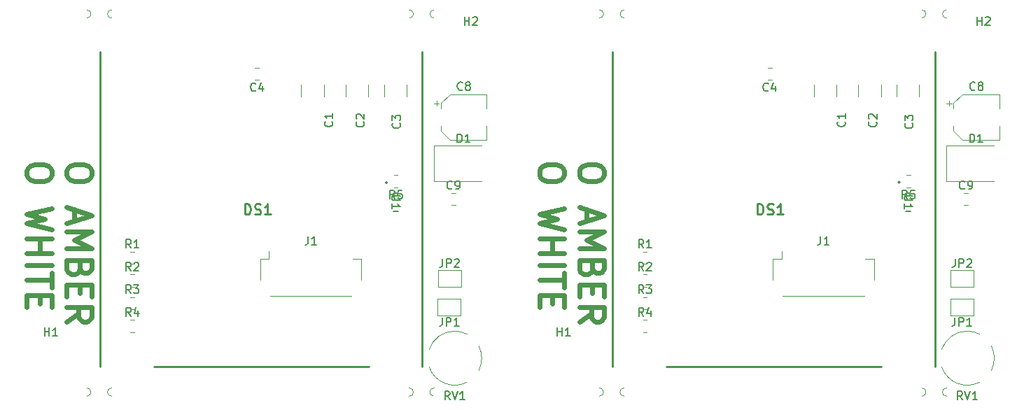
<source format=gto>
G04 #@! TF.GenerationSoftware,KiCad,Pcbnew,7.0.10*
G04 #@! TF.CreationDate,2024-01-03T22:04:12+01:00*
G04 #@! TF.ProjectId,dogs102,646f6773-3130-4322-9e6b-696361645f70,rev?*
G04 #@! TF.SameCoordinates,Original*
G04 #@! TF.FileFunction,Legend,Top*
G04 #@! TF.FilePolarity,Positive*
%FSLAX46Y46*%
G04 Gerber Fmt 4.6, Leading zero omitted, Abs format (unit mm)*
G04 Created by KiCad (PCBNEW 7.0.10) date 2024-01-03 22:04:12*
%MOMM*%
%LPD*%
G01*
G04 APERTURE LIST*
%ADD10C,0.600000*%
%ADD11C,0.150000*%
%ADD12C,0.254000*%
%ADD13C,0.120000*%
%ADD14C,0.100000*%
%ADD15C,0.152400*%
G04 APERTURE END LIST*
D10*
X188588342Y-100680450D02*
X188588342Y-101251878D01*
X188588342Y-101251878D02*
X188445485Y-101537593D01*
X188445485Y-101537593D02*
X188159771Y-101823307D01*
X188159771Y-101823307D02*
X187588342Y-101966164D01*
X187588342Y-101966164D02*
X186588342Y-101966164D01*
X186588342Y-101966164D02*
X186016914Y-101823307D01*
X186016914Y-101823307D02*
X185731200Y-101537593D01*
X185731200Y-101537593D02*
X185588342Y-101251878D01*
X185588342Y-101251878D02*
X185588342Y-100680450D01*
X185588342Y-100680450D02*
X185731200Y-100394736D01*
X185731200Y-100394736D02*
X186016914Y-100109021D01*
X186016914Y-100109021D02*
X186588342Y-99966164D01*
X186588342Y-99966164D02*
X187588342Y-99966164D01*
X187588342Y-99966164D02*
X188159771Y-100109021D01*
X188159771Y-100109021D02*
X188445485Y-100394736D01*
X188445485Y-100394736D02*
X188588342Y-100680450D01*
X186445485Y-105394735D02*
X186445485Y-106823307D01*
X185588342Y-105109021D02*
X188588342Y-106109021D01*
X188588342Y-106109021D02*
X185588342Y-107109021D01*
X185588342Y-108109021D02*
X188588342Y-108109021D01*
X188588342Y-108109021D02*
X186445485Y-109109021D01*
X186445485Y-109109021D02*
X188588342Y-110109021D01*
X188588342Y-110109021D02*
X185588342Y-110109021D01*
X187159771Y-112537592D02*
X187016914Y-112966164D01*
X187016914Y-112966164D02*
X186874057Y-113109021D01*
X186874057Y-113109021D02*
X186588342Y-113251878D01*
X186588342Y-113251878D02*
X186159771Y-113251878D01*
X186159771Y-113251878D02*
X185874057Y-113109021D01*
X185874057Y-113109021D02*
X185731200Y-112966164D01*
X185731200Y-112966164D02*
X185588342Y-112680449D01*
X185588342Y-112680449D02*
X185588342Y-111537592D01*
X185588342Y-111537592D02*
X188588342Y-111537592D01*
X188588342Y-111537592D02*
X188588342Y-112537592D01*
X188588342Y-112537592D02*
X188445485Y-112823307D01*
X188445485Y-112823307D02*
X188302628Y-112966164D01*
X188302628Y-112966164D02*
X188016914Y-113109021D01*
X188016914Y-113109021D02*
X187731200Y-113109021D01*
X187731200Y-113109021D02*
X187445485Y-112966164D01*
X187445485Y-112966164D02*
X187302628Y-112823307D01*
X187302628Y-112823307D02*
X187159771Y-112537592D01*
X187159771Y-112537592D02*
X187159771Y-111537592D01*
X187159771Y-114537592D02*
X187159771Y-115537592D01*
X185588342Y-115966164D02*
X185588342Y-114537592D01*
X185588342Y-114537592D02*
X188588342Y-114537592D01*
X188588342Y-114537592D02*
X188588342Y-115966164D01*
X185588342Y-118966164D02*
X187016914Y-117966164D01*
X185588342Y-117251878D02*
X188588342Y-117251878D01*
X188588342Y-117251878D02*
X188588342Y-118394735D01*
X188588342Y-118394735D02*
X188445485Y-118680450D01*
X188445485Y-118680450D02*
X188302628Y-118823307D01*
X188302628Y-118823307D02*
X188016914Y-118966164D01*
X188016914Y-118966164D02*
X187588342Y-118966164D01*
X187588342Y-118966164D02*
X187302628Y-118823307D01*
X187302628Y-118823307D02*
X187159771Y-118680450D01*
X187159771Y-118680450D02*
X187016914Y-118394735D01*
X187016914Y-118394735D02*
X187016914Y-117251878D01*
X183758342Y-100680450D02*
X183758342Y-101251878D01*
X183758342Y-101251878D02*
X183615485Y-101537593D01*
X183615485Y-101537593D02*
X183329771Y-101823307D01*
X183329771Y-101823307D02*
X182758342Y-101966164D01*
X182758342Y-101966164D02*
X181758342Y-101966164D01*
X181758342Y-101966164D02*
X181186914Y-101823307D01*
X181186914Y-101823307D02*
X180901200Y-101537593D01*
X180901200Y-101537593D02*
X180758342Y-101251878D01*
X180758342Y-101251878D02*
X180758342Y-100680450D01*
X180758342Y-100680450D02*
X180901200Y-100394736D01*
X180901200Y-100394736D02*
X181186914Y-100109021D01*
X181186914Y-100109021D02*
X181758342Y-99966164D01*
X181758342Y-99966164D02*
X182758342Y-99966164D01*
X182758342Y-99966164D02*
X183329771Y-100109021D01*
X183329771Y-100109021D02*
X183615485Y-100394736D01*
X183615485Y-100394736D02*
X183758342Y-100680450D01*
X183758342Y-105251878D02*
X180758342Y-105966164D01*
X180758342Y-105966164D02*
X182901200Y-106537592D01*
X182901200Y-106537592D02*
X180758342Y-107109021D01*
X180758342Y-107109021D02*
X183758342Y-107823307D01*
X180758342Y-108966163D02*
X183758342Y-108966163D01*
X182329771Y-108966163D02*
X182329771Y-110680449D01*
X180758342Y-110680449D02*
X183758342Y-110680449D01*
X180758342Y-112109020D02*
X183758342Y-112109020D01*
X183758342Y-113109020D02*
X183758342Y-114823306D01*
X180758342Y-113966163D02*
X183758342Y-113966163D01*
X182329771Y-115823305D02*
X182329771Y-116823305D01*
X180758342Y-117251877D02*
X180758342Y-115823305D01*
X180758342Y-115823305D02*
X183758342Y-115823305D01*
X183758342Y-115823305D02*
X183758342Y-117251877D01*
X126588342Y-100680450D02*
X126588342Y-101251878D01*
X126588342Y-101251878D02*
X126445485Y-101537593D01*
X126445485Y-101537593D02*
X126159771Y-101823307D01*
X126159771Y-101823307D02*
X125588342Y-101966164D01*
X125588342Y-101966164D02*
X124588342Y-101966164D01*
X124588342Y-101966164D02*
X124016914Y-101823307D01*
X124016914Y-101823307D02*
X123731200Y-101537593D01*
X123731200Y-101537593D02*
X123588342Y-101251878D01*
X123588342Y-101251878D02*
X123588342Y-100680450D01*
X123588342Y-100680450D02*
X123731200Y-100394736D01*
X123731200Y-100394736D02*
X124016914Y-100109021D01*
X124016914Y-100109021D02*
X124588342Y-99966164D01*
X124588342Y-99966164D02*
X125588342Y-99966164D01*
X125588342Y-99966164D02*
X126159771Y-100109021D01*
X126159771Y-100109021D02*
X126445485Y-100394736D01*
X126445485Y-100394736D02*
X126588342Y-100680450D01*
X124445485Y-105394735D02*
X124445485Y-106823307D01*
X123588342Y-105109021D02*
X126588342Y-106109021D01*
X126588342Y-106109021D02*
X123588342Y-107109021D01*
X123588342Y-108109021D02*
X126588342Y-108109021D01*
X126588342Y-108109021D02*
X124445485Y-109109021D01*
X124445485Y-109109021D02*
X126588342Y-110109021D01*
X126588342Y-110109021D02*
X123588342Y-110109021D01*
X125159771Y-112537592D02*
X125016914Y-112966164D01*
X125016914Y-112966164D02*
X124874057Y-113109021D01*
X124874057Y-113109021D02*
X124588342Y-113251878D01*
X124588342Y-113251878D02*
X124159771Y-113251878D01*
X124159771Y-113251878D02*
X123874057Y-113109021D01*
X123874057Y-113109021D02*
X123731200Y-112966164D01*
X123731200Y-112966164D02*
X123588342Y-112680449D01*
X123588342Y-112680449D02*
X123588342Y-111537592D01*
X123588342Y-111537592D02*
X126588342Y-111537592D01*
X126588342Y-111537592D02*
X126588342Y-112537592D01*
X126588342Y-112537592D02*
X126445485Y-112823307D01*
X126445485Y-112823307D02*
X126302628Y-112966164D01*
X126302628Y-112966164D02*
X126016914Y-113109021D01*
X126016914Y-113109021D02*
X125731200Y-113109021D01*
X125731200Y-113109021D02*
X125445485Y-112966164D01*
X125445485Y-112966164D02*
X125302628Y-112823307D01*
X125302628Y-112823307D02*
X125159771Y-112537592D01*
X125159771Y-112537592D02*
X125159771Y-111537592D01*
X125159771Y-114537592D02*
X125159771Y-115537592D01*
X123588342Y-115966164D02*
X123588342Y-114537592D01*
X123588342Y-114537592D02*
X126588342Y-114537592D01*
X126588342Y-114537592D02*
X126588342Y-115966164D01*
X123588342Y-118966164D02*
X125016914Y-117966164D01*
X123588342Y-117251878D02*
X126588342Y-117251878D01*
X126588342Y-117251878D02*
X126588342Y-118394735D01*
X126588342Y-118394735D02*
X126445485Y-118680450D01*
X126445485Y-118680450D02*
X126302628Y-118823307D01*
X126302628Y-118823307D02*
X126016914Y-118966164D01*
X126016914Y-118966164D02*
X125588342Y-118966164D01*
X125588342Y-118966164D02*
X125302628Y-118823307D01*
X125302628Y-118823307D02*
X125159771Y-118680450D01*
X125159771Y-118680450D02*
X125016914Y-118394735D01*
X125016914Y-118394735D02*
X125016914Y-117251878D01*
X121758342Y-100680450D02*
X121758342Y-101251878D01*
X121758342Y-101251878D02*
X121615485Y-101537593D01*
X121615485Y-101537593D02*
X121329771Y-101823307D01*
X121329771Y-101823307D02*
X120758342Y-101966164D01*
X120758342Y-101966164D02*
X119758342Y-101966164D01*
X119758342Y-101966164D02*
X119186914Y-101823307D01*
X119186914Y-101823307D02*
X118901200Y-101537593D01*
X118901200Y-101537593D02*
X118758342Y-101251878D01*
X118758342Y-101251878D02*
X118758342Y-100680450D01*
X118758342Y-100680450D02*
X118901200Y-100394736D01*
X118901200Y-100394736D02*
X119186914Y-100109021D01*
X119186914Y-100109021D02*
X119758342Y-99966164D01*
X119758342Y-99966164D02*
X120758342Y-99966164D01*
X120758342Y-99966164D02*
X121329771Y-100109021D01*
X121329771Y-100109021D02*
X121615485Y-100394736D01*
X121615485Y-100394736D02*
X121758342Y-100680450D01*
X121758342Y-105251878D02*
X118758342Y-105966164D01*
X118758342Y-105966164D02*
X120901200Y-106537592D01*
X120901200Y-106537592D02*
X118758342Y-107109021D01*
X118758342Y-107109021D02*
X121758342Y-107823307D01*
X118758342Y-108966163D02*
X121758342Y-108966163D01*
X120329771Y-108966163D02*
X120329771Y-110680449D01*
X118758342Y-110680449D02*
X121758342Y-110680449D01*
X118758342Y-112109020D02*
X121758342Y-112109020D01*
X121758342Y-113109020D02*
X121758342Y-114823306D01*
X118758342Y-113966163D02*
X121758342Y-113966163D01*
X120329771Y-115823305D02*
X120329771Y-116823305D01*
X118758342Y-117251877D02*
X118758342Y-115823305D01*
X118758342Y-115823305D02*
X121758342Y-115823305D01*
X121758342Y-115823305D02*
X121758342Y-117251877D01*
D11*
X159469580Y-94796166D02*
X159517200Y-94843785D01*
X159517200Y-94843785D02*
X159564819Y-94986642D01*
X159564819Y-94986642D02*
X159564819Y-95081880D01*
X159564819Y-95081880D02*
X159517200Y-95224737D01*
X159517200Y-95224737D02*
X159421961Y-95319975D01*
X159421961Y-95319975D02*
X159326723Y-95367594D01*
X159326723Y-95367594D02*
X159136247Y-95415213D01*
X159136247Y-95415213D02*
X158993390Y-95415213D01*
X158993390Y-95415213D02*
X158802914Y-95367594D01*
X158802914Y-95367594D02*
X158707676Y-95319975D01*
X158707676Y-95319975D02*
X158612438Y-95224737D01*
X158612438Y-95224737D02*
X158564819Y-95081880D01*
X158564819Y-95081880D02*
X158564819Y-94986642D01*
X158564819Y-94986642D02*
X158612438Y-94843785D01*
X158612438Y-94843785D02*
X158660057Y-94796166D01*
X158660057Y-94415213D02*
X158612438Y-94367594D01*
X158612438Y-94367594D02*
X158564819Y-94272356D01*
X158564819Y-94272356D02*
X158564819Y-94034261D01*
X158564819Y-94034261D02*
X158612438Y-93939023D01*
X158612438Y-93939023D02*
X158660057Y-93891404D01*
X158660057Y-93891404D02*
X158755295Y-93843785D01*
X158755295Y-93843785D02*
X158850533Y-93843785D01*
X158850533Y-93843785D02*
X158993390Y-93891404D01*
X158993390Y-93891404D02*
X159564819Y-94462832D01*
X159564819Y-94462832D02*
X159564819Y-93843785D01*
X163857580Y-94958666D02*
X163905200Y-95006285D01*
X163905200Y-95006285D02*
X163952819Y-95149142D01*
X163952819Y-95149142D02*
X163952819Y-95244380D01*
X163952819Y-95244380D02*
X163905200Y-95387237D01*
X163905200Y-95387237D02*
X163809961Y-95482475D01*
X163809961Y-95482475D02*
X163714723Y-95530094D01*
X163714723Y-95530094D02*
X163524247Y-95577713D01*
X163524247Y-95577713D02*
X163381390Y-95577713D01*
X163381390Y-95577713D02*
X163190914Y-95530094D01*
X163190914Y-95530094D02*
X163095676Y-95482475D01*
X163095676Y-95482475D02*
X163000438Y-95387237D01*
X163000438Y-95387237D02*
X162952819Y-95244380D01*
X162952819Y-95244380D02*
X162952819Y-95149142D01*
X162952819Y-95149142D02*
X163000438Y-95006285D01*
X163000438Y-95006285D02*
X163048057Y-94958666D01*
X162952819Y-94625332D02*
X162952819Y-94006285D01*
X162952819Y-94006285D02*
X163333771Y-94339618D01*
X163333771Y-94339618D02*
X163333771Y-94196761D01*
X163333771Y-94196761D02*
X163381390Y-94101523D01*
X163381390Y-94101523D02*
X163429009Y-94053904D01*
X163429009Y-94053904D02*
X163524247Y-94006285D01*
X163524247Y-94006285D02*
X163762342Y-94006285D01*
X163762342Y-94006285D02*
X163857580Y-94053904D01*
X163857580Y-94053904D02*
X163905200Y-94101523D01*
X163905200Y-94101523D02*
X163952819Y-94196761D01*
X163952819Y-94196761D02*
X163952819Y-94482475D01*
X163952819Y-94482475D02*
X163905200Y-94577713D01*
X163905200Y-94577713D02*
X163857580Y-94625332D01*
X155669580Y-94766666D02*
X155717200Y-94814285D01*
X155717200Y-94814285D02*
X155764819Y-94957142D01*
X155764819Y-94957142D02*
X155764819Y-95052380D01*
X155764819Y-95052380D02*
X155717200Y-95195237D01*
X155717200Y-95195237D02*
X155621961Y-95290475D01*
X155621961Y-95290475D02*
X155526723Y-95338094D01*
X155526723Y-95338094D02*
X155336247Y-95385713D01*
X155336247Y-95385713D02*
X155193390Y-95385713D01*
X155193390Y-95385713D02*
X155002914Y-95338094D01*
X155002914Y-95338094D02*
X154907676Y-95290475D01*
X154907676Y-95290475D02*
X154812438Y-95195237D01*
X154812438Y-95195237D02*
X154764819Y-95052380D01*
X154764819Y-95052380D02*
X154764819Y-94957142D01*
X154764819Y-94957142D02*
X154812438Y-94814285D01*
X154812438Y-94814285D02*
X154860057Y-94766666D01*
X155764819Y-93814285D02*
X155764819Y-94385713D01*
X155764819Y-94099999D02*
X154764819Y-94099999D01*
X154764819Y-94099999D02*
X154907676Y-94195237D01*
X154907676Y-94195237D02*
X155002914Y-94290475D01*
X155002914Y-94290475D02*
X155050533Y-94385713D01*
X146443333Y-91009580D02*
X146395714Y-91057200D01*
X146395714Y-91057200D02*
X146252857Y-91104819D01*
X146252857Y-91104819D02*
X146157619Y-91104819D01*
X146157619Y-91104819D02*
X146014762Y-91057200D01*
X146014762Y-91057200D02*
X145919524Y-90961961D01*
X145919524Y-90961961D02*
X145871905Y-90866723D01*
X145871905Y-90866723D02*
X145824286Y-90676247D01*
X145824286Y-90676247D02*
X145824286Y-90533390D01*
X145824286Y-90533390D02*
X145871905Y-90342914D01*
X145871905Y-90342914D02*
X145919524Y-90247676D01*
X145919524Y-90247676D02*
X146014762Y-90152438D01*
X146014762Y-90152438D02*
X146157619Y-90104819D01*
X146157619Y-90104819D02*
X146252857Y-90104819D01*
X146252857Y-90104819D02*
X146395714Y-90152438D01*
X146395714Y-90152438D02*
X146443333Y-90200057D01*
X147300476Y-90438152D02*
X147300476Y-91104819D01*
X147062381Y-90057200D02*
X146824286Y-90771485D01*
X146824286Y-90771485D02*
X147443333Y-90771485D01*
X171451333Y-90893580D02*
X171403714Y-90941200D01*
X171403714Y-90941200D02*
X171260857Y-90988819D01*
X171260857Y-90988819D02*
X171165619Y-90988819D01*
X171165619Y-90988819D02*
X171022762Y-90941200D01*
X171022762Y-90941200D02*
X170927524Y-90845961D01*
X170927524Y-90845961D02*
X170879905Y-90750723D01*
X170879905Y-90750723D02*
X170832286Y-90560247D01*
X170832286Y-90560247D02*
X170832286Y-90417390D01*
X170832286Y-90417390D02*
X170879905Y-90226914D01*
X170879905Y-90226914D02*
X170927524Y-90131676D01*
X170927524Y-90131676D02*
X171022762Y-90036438D01*
X171022762Y-90036438D02*
X171165619Y-89988819D01*
X171165619Y-89988819D02*
X171260857Y-89988819D01*
X171260857Y-89988819D02*
X171403714Y-90036438D01*
X171403714Y-90036438D02*
X171451333Y-90084057D01*
X172022762Y-90417390D02*
X171927524Y-90369771D01*
X171927524Y-90369771D02*
X171879905Y-90322152D01*
X171879905Y-90322152D02*
X171832286Y-90226914D01*
X171832286Y-90226914D02*
X171832286Y-90179295D01*
X171832286Y-90179295D02*
X171879905Y-90084057D01*
X171879905Y-90084057D02*
X171927524Y-90036438D01*
X171927524Y-90036438D02*
X172022762Y-89988819D01*
X172022762Y-89988819D02*
X172213238Y-89988819D01*
X172213238Y-89988819D02*
X172308476Y-90036438D01*
X172308476Y-90036438D02*
X172356095Y-90084057D01*
X172356095Y-90084057D02*
X172403714Y-90179295D01*
X172403714Y-90179295D02*
X172403714Y-90226914D01*
X172403714Y-90226914D02*
X172356095Y-90322152D01*
X172356095Y-90322152D02*
X172308476Y-90369771D01*
X172308476Y-90369771D02*
X172213238Y-90417390D01*
X172213238Y-90417390D02*
X172022762Y-90417390D01*
X172022762Y-90417390D02*
X171927524Y-90465009D01*
X171927524Y-90465009D02*
X171879905Y-90512628D01*
X171879905Y-90512628D02*
X171832286Y-90607866D01*
X171832286Y-90607866D02*
X171832286Y-90798342D01*
X171832286Y-90798342D02*
X171879905Y-90893580D01*
X171879905Y-90893580D02*
X171927524Y-90941200D01*
X171927524Y-90941200D02*
X172022762Y-90988819D01*
X172022762Y-90988819D02*
X172213238Y-90988819D01*
X172213238Y-90988819D02*
X172308476Y-90941200D01*
X172308476Y-90941200D02*
X172356095Y-90893580D01*
X172356095Y-90893580D02*
X172403714Y-90798342D01*
X172403714Y-90798342D02*
X172403714Y-90607866D01*
X172403714Y-90607866D02*
X172356095Y-90512628D01*
X172356095Y-90512628D02*
X172308476Y-90465009D01*
X172308476Y-90465009D02*
X172213238Y-90417390D01*
X170188833Y-102849580D02*
X170141214Y-102897200D01*
X170141214Y-102897200D02*
X169998357Y-102944819D01*
X169998357Y-102944819D02*
X169903119Y-102944819D01*
X169903119Y-102944819D02*
X169760262Y-102897200D01*
X169760262Y-102897200D02*
X169665024Y-102801961D01*
X169665024Y-102801961D02*
X169617405Y-102706723D01*
X169617405Y-102706723D02*
X169569786Y-102516247D01*
X169569786Y-102516247D02*
X169569786Y-102373390D01*
X169569786Y-102373390D02*
X169617405Y-102182914D01*
X169617405Y-102182914D02*
X169665024Y-102087676D01*
X169665024Y-102087676D02*
X169760262Y-101992438D01*
X169760262Y-101992438D02*
X169903119Y-101944819D01*
X169903119Y-101944819D02*
X169998357Y-101944819D01*
X169998357Y-101944819D02*
X170141214Y-101992438D01*
X170141214Y-101992438D02*
X170188833Y-102040057D01*
X170665024Y-102944819D02*
X170855500Y-102944819D01*
X170855500Y-102944819D02*
X170950738Y-102897200D01*
X170950738Y-102897200D02*
X170998357Y-102849580D01*
X170998357Y-102849580D02*
X171093595Y-102706723D01*
X171093595Y-102706723D02*
X171141214Y-102516247D01*
X171141214Y-102516247D02*
X171141214Y-102135295D01*
X171141214Y-102135295D02*
X171093595Y-102040057D01*
X171093595Y-102040057D02*
X171045976Y-101992438D01*
X171045976Y-101992438D02*
X170950738Y-101944819D01*
X170950738Y-101944819D02*
X170760262Y-101944819D01*
X170760262Y-101944819D02*
X170665024Y-101992438D01*
X170665024Y-101992438D02*
X170617405Y-102040057D01*
X170617405Y-102040057D02*
X170569786Y-102135295D01*
X170569786Y-102135295D02*
X170569786Y-102373390D01*
X170569786Y-102373390D02*
X170617405Y-102468628D01*
X170617405Y-102468628D02*
X170665024Y-102516247D01*
X170665024Y-102516247D02*
X170760262Y-102563866D01*
X170760262Y-102563866D02*
X170950738Y-102563866D01*
X170950738Y-102563866D02*
X171045976Y-102516247D01*
X171045976Y-102516247D02*
X171093595Y-102468628D01*
X171093595Y-102468628D02*
X171141214Y-102373390D01*
X170829905Y-97276819D02*
X170829905Y-96276819D01*
X170829905Y-96276819D02*
X171068000Y-96276819D01*
X171068000Y-96276819D02*
X171210857Y-96324438D01*
X171210857Y-96324438D02*
X171306095Y-96419676D01*
X171306095Y-96419676D02*
X171353714Y-96514914D01*
X171353714Y-96514914D02*
X171401333Y-96705390D01*
X171401333Y-96705390D02*
X171401333Y-96848247D01*
X171401333Y-96848247D02*
X171353714Y-97038723D01*
X171353714Y-97038723D02*
X171306095Y-97133961D01*
X171306095Y-97133961D02*
X171210857Y-97229200D01*
X171210857Y-97229200D02*
X171068000Y-97276819D01*
X171068000Y-97276819D02*
X170829905Y-97276819D01*
X172353714Y-97276819D02*
X171782286Y-97276819D01*
X172068000Y-97276819D02*
X172068000Y-96276819D01*
X172068000Y-96276819D02*
X171972762Y-96419676D01*
X171972762Y-96419676D02*
X171877524Y-96514914D01*
X171877524Y-96514914D02*
X171782286Y-96562533D01*
D12*
X145104206Y-105999278D02*
X145104206Y-104729278D01*
X145104206Y-104729278D02*
X145406587Y-104729278D01*
X145406587Y-104729278D02*
X145588016Y-104789754D01*
X145588016Y-104789754D02*
X145708968Y-104910706D01*
X145708968Y-104910706D02*
X145769445Y-105031659D01*
X145769445Y-105031659D02*
X145829921Y-105273563D01*
X145829921Y-105273563D02*
X145829921Y-105454992D01*
X145829921Y-105454992D02*
X145769445Y-105696897D01*
X145769445Y-105696897D02*
X145708968Y-105817849D01*
X145708968Y-105817849D02*
X145588016Y-105938802D01*
X145588016Y-105938802D02*
X145406587Y-105999278D01*
X145406587Y-105999278D02*
X145104206Y-105999278D01*
X146313730Y-105938802D02*
X146495159Y-105999278D01*
X146495159Y-105999278D02*
X146797540Y-105999278D01*
X146797540Y-105999278D02*
X146918492Y-105938802D01*
X146918492Y-105938802D02*
X146978968Y-105878325D01*
X146978968Y-105878325D02*
X147039445Y-105757373D01*
X147039445Y-105757373D02*
X147039445Y-105636421D01*
X147039445Y-105636421D02*
X146978968Y-105515468D01*
X146978968Y-105515468D02*
X146918492Y-105454992D01*
X146918492Y-105454992D02*
X146797540Y-105394516D01*
X146797540Y-105394516D02*
X146555635Y-105334040D01*
X146555635Y-105334040D02*
X146434683Y-105273563D01*
X146434683Y-105273563D02*
X146374206Y-105213087D01*
X146374206Y-105213087D02*
X146313730Y-105092135D01*
X146313730Y-105092135D02*
X146313730Y-104971182D01*
X146313730Y-104971182D02*
X146374206Y-104850230D01*
X146374206Y-104850230D02*
X146434683Y-104789754D01*
X146434683Y-104789754D02*
X146555635Y-104729278D01*
X146555635Y-104729278D02*
X146858016Y-104729278D01*
X146858016Y-104729278D02*
X147039445Y-104789754D01*
X148248969Y-105999278D02*
X147523254Y-105999278D01*
X147886111Y-105999278D02*
X147886111Y-104729278D01*
X147886111Y-104729278D02*
X147765159Y-104910706D01*
X147765159Y-104910706D02*
X147644207Y-105031659D01*
X147644207Y-105031659D02*
X147523254Y-105092135D01*
D11*
X169914761Y-128414819D02*
X169581428Y-127938628D01*
X169343333Y-128414819D02*
X169343333Y-127414819D01*
X169343333Y-127414819D02*
X169724285Y-127414819D01*
X169724285Y-127414819D02*
X169819523Y-127462438D01*
X169819523Y-127462438D02*
X169867142Y-127510057D01*
X169867142Y-127510057D02*
X169914761Y-127605295D01*
X169914761Y-127605295D02*
X169914761Y-127748152D01*
X169914761Y-127748152D02*
X169867142Y-127843390D01*
X169867142Y-127843390D02*
X169819523Y-127891009D01*
X169819523Y-127891009D02*
X169724285Y-127938628D01*
X169724285Y-127938628D02*
X169343333Y-127938628D01*
X170200476Y-127414819D02*
X170533809Y-128414819D01*
X170533809Y-128414819D02*
X170867142Y-127414819D01*
X171724285Y-128414819D02*
X171152857Y-128414819D01*
X171438571Y-128414819D02*
X171438571Y-127414819D01*
X171438571Y-127414819D02*
X171343333Y-127557676D01*
X171343333Y-127557676D02*
X171248095Y-127652914D01*
X171248095Y-127652914D02*
X171152857Y-127700533D01*
X182898095Y-120704819D02*
X182898095Y-119704819D01*
X182898095Y-120181009D02*
X183469523Y-120181009D01*
X183469523Y-120704819D02*
X183469523Y-119704819D01*
X184469523Y-120704819D02*
X183898095Y-120704819D01*
X184183809Y-120704819D02*
X184183809Y-119704819D01*
X184183809Y-119704819D02*
X184088571Y-119847676D01*
X184088571Y-119847676D02*
X183993333Y-119942914D01*
X183993333Y-119942914D02*
X183898095Y-119990533D01*
X217669580Y-94766666D02*
X217717200Y-94814285D01*
X217717200Y-94814285D02*
X217764819Y-94957142D01*
X217764819Y-94957142D02*
X217764819Y-95052380D01*
X217764819Y-95052380D02*
X217717200Y-95195237D01*
X217717200Y-95195237D02*
X217621961Y-95290475D01*
X217621961Y-95290475D02*
X217526723Y-95338094D01*
X217526723Y-95338094D02*
X217336247Y-95385713D01*
X217336247Y-95385713D02*
X217193390Y-95385713D01*
X217193390Y-95385713D02*
X217002914Y-95338094D01*
X217002914Y-95338094D02*
X216907676Y-95290475D01*
X216907676Y-95290475D02*
X216812438Y-95195237D01*
X216812438Y-95195237D02*
X216764819Y-95052380D01*
X216764819Y-95052380D02*
X216764819Y-94957142D01*
X216764819Y-94957142D02*
X216812438Y-94814285D01*
X216812438Y-94814285D02*
X216860057Y-94766666D01*
X217764819Y-93814285D02*
X217764819Y-94385713D01*
X217764819Y-94099999D02*
X216764819Y-94099999D01*
X216764819Y-94099999D02*
X216907676Y-94195237D01*
X216907676Y-94195237D02*
X217002914Y-94290475D01*
X217002914Y-94290475D02*
X217050533Y-94385713D01*
X193355833Y-118304819D02*
X193022500Y-117828628D01*
X192784405Y-118304819D02*
X192784405Y-117304819D01*
X192784405Y-117304819D02*
X193165357Y-117304819D01*
X193165357Y-117304819D02*
X193260595Y-117352438D01*
X193260595Y-117352438D02*
X193308214Y-117400057D01*
X193308214Y-117400057D02*
X193355833Y-117495295D01*
X193355833Y-117495295D02*
X193355833Y-117638152D01*
X193355833Y-117638152D02*
X193308214Y-117733390D01*
X193308214Y-117733390D02*
X193260595Y-117781009D01*
X193260595Y-117781009D02*
X193165357Y-117828628D01*
X193165357Y-117828628D02*
X192784405Y-117828628D01*
X194212976Y-117638152D02*
X194212976Y-118304819D01*
X193974881Y-117257200D02*
X193736786Y-117971485D01*
X193736786Y-117971485D02*
X194355833Y-117971485D01*
X232188833Y-102849580D02*
X232141214Y-102897200D01*
X232141214Y-102897200D02*
X231998357Y-102944819D01*
X231998357Y-102944819D02*
X231903119Y-102944819D01*
X231903119Y-102944819D02*
X231760262Y-102897200D01*
X231760262Y-102897200D02*
X231665024Y-102801961D01*
X231665024Y-102801961D02*
X231617405Y-102706723D01*
X231617405Y-102706723D02*
X231569786Y-102516247D01*
X231569786Y-102516247D02*
X231569786Y-102373390D01*
X231569786Y-102373390D02*
X231617405Y-102182914D01*
X231617405Y-102182914D02*
X231665024Y-102087676D01*
X231665024Y-102087676D02*
X231760262Y-101992438D01*
X231760262Y-101992438D02*
X231903119Y-101944819D01*
X231903119Y-101944819D02*
X231998357Y-101944819D01*
X231998357Y-101944819D02*
X232141214Y-101992438D01*
X232141214Y-101992438D02*
X232188833Y-102040057D01*
X232665024Y-102944819D02*
X232855500Y-102944819D01*
X232855500Y-102944819D02*
X232950738Y-102897200D01*
X232950738Y-102897200D02*
X232998357Y-102849580D01*
X232998357Y-102849580D02*
X233093595Y-102706723D01*
X233093595Y-102706723D02*
X233141214Y-102516247D01*
X233141214Y-102516247D02*
X233141214Y-102135295D01*
X233141214Y-102135295D02*
X233093595Y-102040057D01*
X233093595Y-102040057D02*
X233045976Y-101992438D01*
X233045976Y-101992438D02*
X232950738Y-101944819D01*
X232950738Y-101944819D02*
X232760262Y-101944819D01*
X232760262Y-101944819D02*
X232665024Y-101992438D01*
X232665024Y-101992438D02*
X232617405Y-102040057D01*
X232617405Y-102040057D02*
X232569786Y-102135295D01*
X232569786Y-102135295D02*
X232569786Y-102373390D01*
X232569786Y-102373390D02*
X232617405Y-102468628D01*
X232617405Y-102468628D02*
X232665024Y-102516247D01*
X232665024Y-102516247D02*
X232760262Y-102563866D01*
X232760262Y-102563866D02*
X232950738Y-102563866D01*
X232950738Y-102563866D02*
X233045976Y-102516247D01*
X233045976Y-102516247D02*
X233093595Y-102468628D01*
X233093595Y-102468628D02*
X233141214Y-102373390D01*
X193355833Y-115554819D02*
X193022500Y-115078628D01*
X192784405Y-115554819D02*
X192784405Y-114554819D01*
X192784405Y-114554819D02*
X193165357Y-114554819D01*
X193165357Y-114554819D02*
X193260595Y-114602438D01*
X193260595Y-114602438D02*
X193308214Y-114650057D01*
X193308214Y-114650057D02*
X193355833Y-114745295D01*
X193355833Y-114745295D02*
X193355833Y-114888152D01*
X193355833Y-114888152D02*
X193308214Y-114983390D01*
X193308214Y-114983390D02*
X193260595Y-115031009D01*
X193260595Y-115031009D02*
X193165357Y-115078628D01*
X193165357Y-115078628D02*
X192784405Y-115078628D01*
X193689167Y-114554819D02*
X194308214Y-114554819D01*
X194308214Y-114554819D02*
X193974881Y-114935771D01*
X193974881Y-114935771D02*
X194117738Y-114935771D01*
X194117738Y-114935771D02*
X194212976Y-114983390D01*
X194212976Y-114983390D02*
X194260595Y-115031009D01*
X194260595Y-115031009D02*
X194308214Y-115126247D01*
X194308214Y-115126247D02*
X194308214Y-115364342D01*
X194308214Y-115364342D02*
X194260595Y-115459580D01*
X194260595Y-115459580D02*
X194212976Y-115507200D01*
X194212976Y-115507200D02*
X194117738Y-115554819D01*
X194117738Y-115554819D02*
X193832024Y-115554819D01*
X193832024Y-115554819D02*
X193736786Y-115507200D01*
X193736786Y-115507200D02*
X193689167Y-115459580D01*
X169026666Y-118504819D02*
X169026666Y-119219104D01*
X169026666Y-119219104D02*
X168979047Y-119361961D01*
X168979047Y-119361961D02*
X168883809Y-119457200D01*
X168883809Y-119457200D02*
X168740952Y-119504819D01*
X168740952Y-119504819D02*
X168645714Y-119504819D01*
X169502857Y-119504819D02*
X169502857Y-118504819D01*
X169502857Y-118504819D02*
X169883809Y-118504819D01*
X169883809Y-118504819D02*
X169979047Y-118552438D01*
X169979047Y-118552438D02*
X170026666Y-118600057D01*
X170026666Y-118600057D02*
X170074285Y-118695295D01*
X170074285Y-118695295D02*
X170074285Y-118838152D01*
X170074285Y-118838152D02*
X170026666Y-118933390D01*
X170026666Y-118933390D02*
X169979047Y-118981009D01*
X169979047Y-118981009D02*
X169883809Y-119028628D01*
X169883809Y-119028628D02*
X169502857Y-119028628D01*
X171026666Y-119504819D02*
X170455238Y-119504819D01*
X170740952Y-119504819D02*
X170740952Y-118504819D01*
X170740952Y-118504819D02*
X170645714Y-118647676D01*
X170645714Y-118647676D02*
X170550476Y-118742914D01*
X170550476Y-118742914D02*
X170455238Y-118790533D01*
X193355833Y-110054819D02*
X193022500Y-109578628D01*
X192784405Y-110054819D02*
X192784405Y-109054819D01*
X192784405Y-109054819D02*
X193165357Y-109054819D01*
X193165357Y-109054819D02*
X193260595Y-109102438D01*
X193260595Y-109102438D02*
X193308214Y-109150057D01*
X193308214Y-109150057D02*
X193355833Y-109245295D01*
X193355833Y-109245295D02*
X193355833Y-109388152D01*
X193355833Y-109388152D02*
X193308214Y-109483390D01*
X193308214Y-109483390D02*
X193260595Y-109531009D01*
X193260595Y-109531009D02*
X193165357Y-109578628D01*
X193165357Y-109578628D02*
X192784405Y-109578628D01*
X194308214Y-110054819D02*
X193736786Y-110054819D01*
X194022500Y-110054819D02*
X194022500Y-109054819D01*
X194022500Y-109054819D02*
X193927262Y-109197676D01*
X193927262Y-109197676D02*
X193832024Y-109292914D01*
X193832024Y-109292914D02*
X193736786Y-109340533D01*
X131355833Y-115554819D02*
X131022500Y-115078628D01*
X130784405Y-115554819D02*
X130784405Y-114554819D01*
X130784405Y-114554819D02*
X131165357Y-114554819D01*
X131165357Y-114554819D02*
X131260595Y-114602438D01*
X131260595Y-114602438D02*
X131308214Y-114650057D01*
X131308214Y-114650057D02*
X131355833Y-114745295D01*
X131355833Y-114745295D02*
X131355833Y-114888152D01*
X131355833Y-114888152D02*
X131308214Y-114983390D01*
X131308214Y-114983390D02*
X131260595Y-115031009D01*
X131260595Y-115031009D02*
X131165357Y-115078628D01*
X131165357Y-115078628D02*
X130784405Y-115078628D01*
X131689167Y-114554819D02*
X132308214Y-114554819D01*
X132308214Y-114554819D02*
X131974881Y-114935771D01*
X131974881Y-114935771D02*
X132117738Y-114935771D01*
X132117738Y-114935771D02*
X132212976Y-114983390D01*
X132212976Y-114983390D02*
X132260595Y-115031009D01*
X132260595Y-115031009D02*
X132308214Y-115126247D01*
X132308214Y-115126247D02*
X132308214Y-115364342D01*
X132308214Y-115364342D02*
X132260595Y-115459580D01*
X132260595Y-115459580D02*
X132212976Y-115507200D01*
X132212976Y-115507200D02*
X132117738Y-115554819D01*
X132117738Y-115554819D02*
X131832024Y-115554819D01*
X131832024Y-115554819D02*
X131736786Y-115507200D01*
X131736786Y-115507200D02*
X131689167Y-115459580D01*
X171698095Y-83104819D02*
X171698095Y-82104819D01*
X171698095Y-82581009D02*
X172269523Y-82581009D01*
X172269523Y-83104819D02*
X172269523Y-82104819D01*
X172698095Y-82200057D02*
X172745714Y-82152438D01*
X172745714Y-82152438D02*
X172840952Y-82104819D01*
X172840952Y-82104819D02*
X173079047Y-82104819D01*
X173079047Y-82104819D02*
X173174285Y-82152438D01*
X173174285Y-82152438D02*
X173221904Y-82200057D01*
X173221904Y-82200057D02*
X173269523Y-82295295D01*
X173269523Y-82295295D02*
X173269523Y-82390533D01*
X173269523Y-82390533D02*
X173221904Y-82533390D01*
X173221904Y-82533390D02*
X172650476Y-83104819D01*
X172650476Y-83104819D02*
X173269523Y-83104819D01*
X120898095Y-120704819D02*
X120898095Y-119704819D01*
X120898095Y-120181009D02*
X121469523Y-120181009D01*
X121469523Y-120704819D02*
X121469523Y-119704819D01*
X122469523Y-120704819D02*
X121898095Y-120704819D01*
X122183809Y-120704819D02*
X122183809Y-119704819D01*
X122183809Y-119704819D02*
X122088571Y-119847676D01*
X122088571Y-119847676D02*
X121993333Y-119942914D01*
X121993333Y-119942914D02*
X121898095Y-119990533D01*
X233451333Y-90893580D02*
X233403714Y-90941200D01*
X233403714Y-90941200D02*
X233260857Y-90988819D01*
X233260857Y-90988819D02*
X233165619Y-90988819D01*
X233165619Y-90988819D02*
X233022762Y-90941200D01*
X233022762Y-90941200D02*
X232927524Y-90845961D01*
X232927524Y-90845961D02*
X232879905Y-90750723D01*
X232879905Y-90750723D02*
X232832286Y-90560247D01*
X232832286Y-90560247D02*
X232832286Y-90417390D01*
X232832286Y-90417390D02*
X232879905Y-90226914D01*
X232879905Y-90226914D02*
X232927524Y-90131676D01*
X232927524Y-90131676D02*
X233022762Y-90036438D01*
X233022762Y-90036438D02*
X233165619Y-89988819D01*
X233165619Y-89988819D02*
X233260857Y-89988819D01*
X233260857Y-89988819D02*
X233403714Y-90036438D01*
X233403714Y-90036438D02*
X233451333Y-90084057D01*
X234022762Y-90417390D02*
X233927524Y-90369771D01*
X233927524Y-90369771D02*
X233879905Y-90322152D01*
X233879905Y-90322152D02*
X233832286Y-90226914D01*
X233832286Y-90226914D02*
X233832286Y-90179295D01*
X233832286Y-90179295D02*
X233879905Y-90084057D01*
X233879905Y-90084057D02*
X233927524Y-90036438D01*
X233927524Y-90036438D02*
X234022762Y-89988819D01*
X234022762Y-89988819D02*
X234213238Y-89988819D01*
X234213238Y-89988819D02*
X234308476Y-90036438D01*
X234308476Y-90036438D02*
X234356095Y-90084057D01*
X234356095Y-90084057D02*
X234403714Y-90179295D01*
X234403714Y-90179295D02*
X234403714Y-90226914D01*
X234403714Y-90226914D02*
X234356095Y-90322152D01*
X234356095Y-90322152D02*
X234308476Y-90369771D01*
X234308476Y-90369771D02*
X234213238Y-90417390D01*
X234213238Y-90417390D02*
X234022762Y-90417390D01*
X234022762Y-90417390D02*
X233927524Y-90465009D01*
X233927524Y-90465009D02*
X233879905Y-90512628D01*
X233879905Y-90512628D02*
X233832286Y-90607866D01*
X233832286Y-90607866D02*
X233832286Y-90798342D01*
X233832286Y-90798342D02*
X233879905Y-90893580D01*
X233879905Y-90893580D02*
X233927524Y-90941200D01*
X233927524Y-90941200D02*
X234022762Y-90988819D01*
X234022762Y-90988819D02*
X234213238Y-90988819D01*
X234213238Y-90988819D02*
X234308476Y-90941200D01*
X234308476Y-90941200D02*
X234356095Y-90893580D01*
X234356095Y-90893580D02*
X234403714Y-90798342D01*
X234403714Y-90798342D02*
X234403714Y-90607866D01*
X234403714Y-90607866D02*
X234356095Y-90512628D01*
X234356095Y-90512628D02*
X234308476Y-90465009D01*
X234308476Y-90465009D02*
X234213238Y-90417390D01*
X233698095Y-83104819D02*
X233698095Y-82104819D01*
X233698095Y-82581009D02*
X234269523Y-82581009D01*
X234269523Y-83104819D02*
X234269523Y-82104819D01*
X234698095Y-82200057D02*
X234745714Y-82152438D01*
X234745714Y-82152438D02*
X234840952Y-82104819D01*
X234840952Y-82104819D02*
X235079047Y-82104819D01*
X235079047Y-82104819D02*
X235174285Y-82152438D01*
X235174285Y-82152438D02*
X235221904Y-82200057D01*
X235221904Y-82200057D02*
X235269523Y-82295295D01*
X235269523Y-82295295D02*
X235269523Y-82390533D01*
X235269523Y-82390533D02*
X235221904Y-82533390D01*
X235221904Y-82533390D02*
X234650476Y-83104819D01*
X234650476Y-83104819D02*
X235269523Y-83104819D01*
X208443333Y-91009580D02*
X208395714Y-91057200D01*
X208395714Y-91057200D02*
X208252857Y-91104819D01*
X208252857Y-91104819D02*
X208157619Y-91104819D01*
X208157619Y-91104819D02*
X208014762Y-91057200D01*
X208014762Y-91057200D02*
X207919524Y-90961961D01*
X207919524Y-90961961D02*
X207871905Y-90866723D01*
X207871905Y-90866723D02*
X207824286Y-90676247D01*
X207824286Y-90676247D02*
X207824286Y-90533390D01*
X207824286Y-90533390D02*
X207871905Y-90342914D01*
X207871905Y-90342914D02*
X207919524Y-90247676D01*
X207919524Y-90247676D02*
X208014762Y-90152438D01*
X208014762Y-90152438D02*
X208157619Y-90104819D01*
X208157619Y-90104819D02*
X208252857Y-90104819D01*
X208252857Y-90104819D02*
X208395714Y-90152438D01*
X208395714Y-90152438D02*
X208443333Y-90200057D01*
X209300476Y-90438152D02*
X209300476Y-91104819D01*
X209062381Y-90057200D02*
X208824286Y-90771485D01*
X208824286Y-90771485D02*
X209443333Y-90771485D01*
X131355833Y-110054819D02*
X131022500Y-109578628D01*
X130784405Y-110054819D02*
X130784405Y-109054819D01*
X130784405Y-109054819D02*
X131165357Y-109054819D01*
X131165357Y-109054819D02*
X131260595Y-109102438D01*
X131260595Y-109102438D02*
X131308214Y-109150057D01*
X131308214Y-109150057D02*
X131355833Y-109245295D01*
X131355833Y-109245295D02*
X131355833Y-109388152D01*
X131355833Y-109388152D02*
X131308214Y-109483390D01*
X131308214Y-109483390D02*
X131260595Y-109531009D01*
X131260595Y-109531009D02*
X131165357Y-109578628D01*
X131165357Y-109578628D02*
X130784405Y-109578628D01*
X132308214Y-110054819D02*
X131736786Y-110054819D01*
X132022500Y-110054819D02*
X132022500Y-109054819D01*
X132022500Y-109054819D02*
X131927262Y-109197676D01*
X131927262Y-109197676D02*
X131832024Y-109292914D01*
X131832024Y-109292914D02*
X131736786Y-109340533D01*
X131355833Y-118304819D02*
X131022500Y-117828628D01*
X130784405Y-118304819D02*
X130784405Y-117304819D01*
X130784405Y-117304819D02*
X131165357Y-117304819D01*
X131165357Y-117304819D02*
X131260595Y-117352438D01*
X131260595Y-117352438D02*
X131308214Y-117400057D01*
X131308214Y-117400057D02*
X131355833Y-117495295D01*
X131355833Y-117495295D02*
X131355833Y-117638152D01*
X131355833Y-117638152D02*
X131308214Y-117733390D01*
X131308214Y-117733390D02*
X131260595Y-117781009D01*
X131260595Y-117781009D02*
X131165357Y-117828628D01*
X131165357Y-117828628D02*
X130784405Y-117828628D01*
X132212976Y-117638152D02*
X132212976Y-118304819D01*
X131974881Y-117257200D02*
X131736786Y-117971485D01*
X131736786Y-117971485D02*
X132355833Y-117971485D01*
X169051666Y-111404819D02*
X169051666Y-112119104D01*
X169051666Y-112119104D02*
X169004047Y-112261961D01*
X169004047Y-112261961D02*
X168908809Y-112357200D01*
X168908809Y-112357200D02*
X168765952Y-112404819D01*
X168765952Y-112404819D02*
X168670714Y-112404819D01*
X169527857Y-112404819D02*
X169527857Y-111404819D01*
X169527857Y-111404819D02*
X169908809Y-111404819D01*
X169908809Y-111404819D02*
X170004047Y-111452438D01*
X170004047Y-111452438D02*
X170051666Y-111500057D01*
X170051666Y-111500057D02*
X170099285Y-111595295D01*
X170099285Y-111595295D02*
X170099285Y-111738152D01*
X170099285Y-111738152D02*
X170051666Y-111833390D01*
X170051666Y-111833390D02*
X170004047Y-111881009D01*
X170004047Y-111881009D02*
X169908809Y-111928628D01*
X169908809Y-111928628D02*
X169527857Y-111928628D01*
X170480238Y-111500057D02*
X170527857Y-111452438D01*
X170527857Y-111452438D02*
X170623095Y-111404819D01*
X170623095Y-111404819D02*
X170861190Y-111404819D01*
X170861190Y-111404819D02*
X170956428Y-111452438D01*
X170956428Y-111452438D02*
X171004047Y-111500057D01*
X171004047Y-111500057D02*
X171051666Y-111595295D01*
X171051666Y-111595295D02*
X171051666Y-111690533D01*
X171051666Y-111690533D02*
X171004047Y-111833390D01*
X171004047Y-111833390D02*
X170432619Y-112404819D01*
X170432619Y-112404819D02*
X171051666Y-112404819D01*
X231026666Y-118504819D02*
X231026666Y-119219104D01*
X231026666Y-119219104D02*
X230979047Y-119361961D01*
X230979047Y-119361961D02*
X230883809Y-119457200D01*
X230883809Y-119457200D02*
X230740952Y-119504819D01*
X230740952Y-119504819D02*
X230645714Y-119504819D01*
X231502857Y-119504819D02*
X231502857Y-118504819D01*
X231502857Y-118504819D02*
X231883809Y-118504819D01*
X231883809Y-118504819D02*
X231979047Y-118552438D01*
X231979047Y-118552438D02*
X232026666Y-118600057D01*
X232026666Y-118600057D02*
X232074285Y-118695295D01*
X232074285Y-118695295D02*
X232074285Y-118838152D01*
X232074285Y-118838152D02*
X232026666Y-118933390D01*
X232026666Y-118933390D02*
X231979047Y-118981009D01*
X231979047Y-118981009D02*
X231883809Y-119028628D01*
X231883809Y-119028628D02*
X231502857Y-119028628D01*
X233026666Y-119504819D02*
X232455238Y-119504819D01*
X232740952Y-119504819D02*
X232740952Y-118504819D01*
X232740952Y-118504819D02*
X232645714Y-118647676D01*
X232645714Y-118647676D02*
X232550476Y-118742914D01*
X232550476Y-118742914D02*
X232455238Y-118790533D01*
D12*
X207104206Y-105999278D02*
X207104206Y-104729278D01*
X207104206Y-104729278D02*
X207406587Y-104729278D01*
X207406587Y-104729278D02*
X207588016Y-104789754D01*
X207588016Y-104789754D02*
X207708968Y-104910706D01*
X207708968Y-104910706D02*
X207769445Y-105031659D01*
X207769445Y-105031659D02*
X207829921Y-105273563D01*
X207829921Y-105273563D02*
X207829921Y-105454992D01*
X207829921Y-105454992D02*
X207769445Y-105696897D01*
X207769445Y-105696897D02*
X207708968Y-105817849D01*
X207708968Y-105817849D02*
X207588016Y-105938802D01*
X207588016Y-105938802D02*
X207406587Y-105999278D01*
X207406587Y-105999278D02*
X207104206Y-105999278D01*
X208313730Y-105938802D02*
X208495159Y-105999278D01*
X208495159Y-105999278D02*
X208797540Y-105999278D01*
X208797540Y-105999278D02*
X208918492Y-105938802D01*
X208918492Y-105938802D02*
X208978968Y-105878325D01*
X208978968Y-105878325D02*
X209039445Y-105757373D01*
X209039445Y-105757373D02*
X209039445Y-105636421D01*
X209039445Y-105636421D02*
X208978968Y-105515468D01*
X208978968Y-105515468D02*
X208918492Y-105454992D01*
X208918492Y-105454992D02*
X208797540Y-105394516D01*
X208797540Y-105394516D02*
X208555635Y-105334040D01*
X208555635Y-105334040D02*
X208434683Y-105273563D01*
X208434683Y-105273563D02*
X208374206Y-105213087D01*
X208374206Y-105213087D02*
X208313730Y-105092135D01*
X208313730Y-105092135D02*
X208313730Y-104971182D01*
X208313730Y-104971182D02*
X208374206Y-104850230D01*
X208374206Y-104850230D02*
X208434683Y-104789754D01*
X208434683Y-104789754D02*
X208555635Y-104729278D01*
X208555635Y-104729278D02*
X208858016Y-104729278D01*
X208858016Y-104729278D02*
X209039445Y-104789754D01*
X210248969Y-105999278D02*
X209523254Y-105999278D01*
X209886111Y-105999278D02*
X209886111Y-104729278D01*
X209886111Y-104729278D02*
X209765159Y-104910706D01*
X209765159Y-104910706D02*
X209644207Y-105031659D01*
X209644207Y-105031659D02*
X209523254Y-105092135D01*
D11*
X225857580Y-94958666D02*
X225905200Y-95006285D01*
X225905200Y-95006285D02*
X225952819Y-95149142D01*
X225952819Y-95149142D02*
X225952819Y-95244380D01*
X225952819Y-95244380D02*
X225905200Y-95387237D01*
X225905200Y-95387237D02*
X225809961Y-95482475D01*
X225809961Y-95482475D02*
X225714723Y-95530094D01*
X225714723Y-95530094D02*
X225524247Y-95577713D01*
X225524247Y-95577713D02*
X225381390Y-95577713D01*
X225381390Y-95577713D02*
X225190914Y-95530094D01*
X225190914Y-95530094D02*
X225095676Y-95482475D01*
X225095676Y-95482475D02*
X225000438Y-95387237D01*
X225000438Y-95387237D02*
X224952819Y-95244380D01*
X224952819Y-95244380D02*
X224952819Y-95149142D01*
X224952819Y-95149142D02*
X225000438Y-95006285D01*
X225000438Y-95006285D02*
X225048057Y-94958666D01*
X224952819Y-94625332D02*
X224952819Y-94006285D01*
X224952819Y-94006285D02*
X225333771Y-94339618D01*
X225333771Y-94339618D02*
X225333771Y-94196761D01*
X225333771Y-94196761D02*
X225381390Y-94101523D01*
X225381390Y-94101523D02*
X225429009Y-94053904D01*
X225429009Y-94053904D02*
X225524247Y-94006285D01*
X225524247Y-94006285D02*
X225762342Y-94006285D01*
X225762342Y-94006285D02*
X225857580Y-94053904D01*
X225857580Y-94053904D02*
X225905200Y-94101523D01*
X225905200Y-94101523D02*
X225952819Y-94196761D01*
X225952819Y-94196761D02*
X225952819Y-94482475D01*
X225952819Y-94482475D02*
X225905200Y-94577713D01*
X225905200Y-94577713D02*
X225857580Y-94625332D01*
X225905180Y-103738095D02*
X225095657Y-103738095D01*
X225095657Y-103738095D02*
X225000419Y-103785714D01*
X225000419Y-103785714D02*
X224952800Y-103833333D01*
X224952800Y-103833333D02*
X224905180Y-103928571D01*
X224905180Y-103928571D02*
X224905180Y-104119047D01*
X224905180Y-104119047D02*
X224952800Y-104214285D01*
X224952800Y-104214285D02*
X225000419Y-104261904D01*
X225000419Y-104261904D02*
X225095657Y-104309523D01*
X225095657Y-104309523D02*
X225905180Y-104309523D01*
X224905180Y-105309523D02*
X224905180Y-104738095D01*
X224905180Y-105023809D02*
X225905180Y-105023809D01*
X225905180Y-105023809D02*
X225762323Y-104928571D01*
X225762323Y-104928571D02*
X225667085Y-104833333D01*
X225667085Y-104833333D02*
X225619466Y-104738095D01*
X131355833Y-112804819D02*
X131022500Y-112328628D01*
X130784405Y-112804819D02*
X130784405Y-111804819D01*
X130784405Y-111804819D02*
X131165357Y-111804819D01*
X131165357Y-111804819D02*
X131260595Y-111852438D01*
X131260595Y-111852438D02*
X131308214Y-111900057D01*
X131308214Y-111900057D02*
X131355833Y-111995295D01*
X131355833Y-111995295D02*
X131355833Y-112138152D01*
X131355833Y-112138152D02*
X131308214Y-112233390D01*
X131308214Y-112233390D02*
X131260595Y-112281009D01*
X131260595Y-112281009D02*
X131165357Y-112328628D01*
X131165357Y-112328628D02*
X130784405Y-112328628D01*
X131736786Y-111900057D02*
X131784405Y-111852438D01*
X131784405Y-111852438D02*
X131879643Y-111804819D01*
X131879643Y-111804819D02*
X132117738Y-111804819D01*
X132117738Y-111804819D02*
X132212976Y-111852438D01*
X132212976Y-111852438D02*
X132260595Y-111900057D01*
X132260595Y-111900057D02*
X132308214Y-111995295D01*
X132308214Y-111995295D02*
X132308214Y-112090533D01*
X132308214Y-112090533D02*
X132260595Y-112233390D01*
X132260595Y-112233390D02*
X131689167Y-112804819D01*
X131689167Y-112804819D02*
X132308214Y-112804819D01*
X214776666Y-108674819D02*
X214776666Y-109389104D01*
X214776666Y-109389104D02*
X214729047Y-109531961D01*
X214729047Y-109531961D02*
X214633809Y-109627200D01*
X214633809Y-109627200D02*
X214490952Y-109674819D01*
X214490952Y-109674819D02*
X214395714Y-109674819D01*
X215776666Y-109674819D02*
X215205238Y-109674819D01*
X215490952Y-109674819D02*
X215490952Y-108674819D01*
X215490952Y-108674819D02*
X215395714Y-108817676D01*
X215395714Y-108817676D02*
X215300476Y-108912914D01*
X215300476Y-108912914D02*
X215205238Y-108960533D01*
X231051666Y-111404819D02*
X231051666Y-112119104D01*
X231051666Y-112119104D02*
X231004047Y-112261961D01*
X231004047Y-112261961D02*
X230908809Y-112357200D01*
X230908809Y-112357200D02*
X230765952Y-112404819D01*
X230765952Y-112404819D02*
X230670714Y-112404819D01*
X231527857Y-112404819D02*
X231527857Y-111404819D01*
X231527857Y-111404819D02*
X231908809Y-111404819D01*
X231908809Y-111404819D02*
X232004047Y-111452438D01*
X232004047Y-111452438D02*
X232051666Y-111500057D01*
X232051666Y-111500057D02*
X232099285Y-111595295D01*
X232099285Y-111595295D02*
X232099285Y-111738152D01*
X232099285Y-111738152D02*
X232051666Y-111833390D01*
X232051666Y-111833390D02*
X232004047Y-111881009D01*
X232004047Y-111881009D02*
X231908809Y-111928628D01*
X231908809Y-111928628D02*
X231527857Y-111928628D01*
X232480238Y-111500057D02*
X232527857Y-111452438D01*
X232527857Y-111452438D02*
X232623095Y-111404819D01*
X232623095Y-111404819D02*
X232861190Y-111404819D01*
X232861190Y-111404819D02*
X232956428Y-111452438D01*
X232956428Y-111452438D02*
X233004047Y-111500057D01*
X233004047Y-111500057D02*
X233051666Y-111595295D01*
X233051666Y-111595295D02*
X233051666Y-111690533D01*
X233051666Y-111690533D02*
X233004047Y-111833390D01*
X233004047Y-111833390D02*
X232432619Y-112404819D01*
X232432619Y-112404819D02*
X233051666Y-112404819D01*
X152776666Y-108674819D02*
X152776666Y-109389104D01*
X152776666Y-109389104D02*
X152729047Y-109531961D01*
X152729047Y-109531961D02*
X152633809Y-109627200D01*
X152633809Y-109627200D02*
X152490952Y-109674819D01*
X152490952Y-109674819D02*
X152395714Y-109674819D01*
X153776666Y-109674819D02*
X153205238Y-109674819D01*
X153490952Y-109674819D02*
X153490952Y-108674819D01*
X153490952Y-108674819D02*
X153395714Y-108817676D01*
X153395714Y-108817676D02*
X153300476Y-108912914D01*
X153300476Y-108912914D02*
X153205238Y-108960533D01*
X221469580Y-94796166D02*
X221517200Y-94843785D01*
X221517200Y-94843785D02*
X221564819Y-94986642D01*
X221564819Y-94986642D02*
X221564819Y-95081880D01*
X221564819Y-95081880D02*
X221517200Y-95224737D01*
X221517200Y-95224737D02*
X221421961Y-95319975D01*
X221421961Y-95319975D02*
X221326723Y-95367594D01*
X221326723Y-95367594D02*
X221136247Y-95415213D01*
X221136247Y-95415213D02*
X220993390Y-95415213D01*
X220993390Y-95415213D02*
X220802914Y-95367594D01*
X220802914Y-95367594D02*
X220707676Y-95319975D01*
X220707676Y-95319975D02*
X220612438Y-95224737D01*
X220612438Y-95224737D02*
X220564819Y-95081880D01*
X220564819Y-95081880D02*
X220564819Y-94986642D01*
X220564819Y-94986642D02*
X220612438Y-94843785D01*
X220612438Y-94843785D02*
X220660057Y-94796166D01*
X220660057Y-94415213D02*
X220612438Y-94367594D01*
X220612438Y-94367594D02*
X220564819Y-94272356D01*
X220564819Y-94272356D02*
X220564819Y-94034261D01*
X220564819Y-94034261D02*
X220612438Y-93939023D01*
X220612438Y-93939023D02*
X220660057Y-93891404D01*
X220660057Y-93891404D02*
X220755295Y-93843785D01*
X220755295Y-93843785D02*
X220850533Y-93843785D01*
X220850533Y-93843785D02*
X220993390Y-93891404D01*
X220993390Y-93891404D02*
X221564819Y-94462832D01*
X221564819Y-94462832D02*
X221564819Y-93843785D01*
X163905180Y-103738095D02*
X163095657Y-103738095D01*
X163095657Y-103738095D02*
X163000419Y-103785714D01*
X163000419Y-103785714D02*
X162952800Y-103833333D01*
X162952800Y-103833333D02*
X162905180Y-103928571D01*
X162905180Y-103928571D02*
X162905180Y-104119047D01*
X162905180Y-104119047D02*
X162952800Y-104214285D01*
X162952800Y-104214285D02*
X163000419Y-104261904D01*
X163000419Y-104261904D02*
X163095657Y-104309523D01*
X163095657Y-104309523D02*
X163905180Y-104309523D01*
X162905180Y-105309523D02*
X162905180Y-104738095D01*
X162905180Y-105023809D02*
X163905180Y-105023809D01*
X163905180Y-105023809D02*
X163762323Y-104928571D01*
X163762323Y-104928571D02*
X163667085Y-104833333D01*
X163667085Y-104833333D02*
X163619466Y-104738095D01*
X163230833Y-104104819D02*
X162897500Y-103628628D01*
X162659405Y-104104819D02*
X162659405Y-103104819D01*
X162659405Y-103104819D02*
X163040357Y-103104819D01*
X163040357Y-103104819D02*
X163135595Y-103152438D01*
X163135595Y-103152438D02*
X163183214Y-103200057D01*
X163183214Y-103200057D02*
X163230833Y-103295295D01*
X163230833Y-103295295D02*
X163230833Y-103438152D01*
X163230833Y-103438152D02*
X163183214Y-103533390D01*
X163183214Y-103533390D02*
X163135595Y-103581009D01*
X163135595Y-103581009D02*
X163040357Y-103628628D01*
X163040357Y-103628628D02*
X162659405Y-103628628D01*
X164135595Y-103104819D02*
X163659405Y-103104819D01*
X163659405Y-103104819D02*
X163611786Y-103581009D01*
X163611786Y-103581009D02*
X163659405Y-103533390D01*
X163659405Y-103533390D02*
X163754643Y-103485771D01*
X163754643Y-103485771D02*
X163992738Y-103485771D01*
X163992738Y-103485771D02*
X164087976Y-103533390D01*
X164087976Y-103533390D02*
X164135595Y-103581009D01*
X164135595Y-103581009D02*
X164183214Y-103676247D01*
X164183214Y-103676247D02*
X164183214Y-103914342D01*
X164183214Y-103914342D02*
X164135595Y-104009580D01*
X164135595Y-104009580D02*
X164087976Y-104057200D01*
X164087976Y-104057200D02*
X163992738Y-104104819D01*
X163992738Y-104104819D02*
X163754643Y-104104819D01*
X163754643Y-104104819D02*
X163659405Y-104057200D01*
X163659405Y-104057200D02*
X163611786Y-104009580D01*
X231914761Y-128414819D02*
X231581428Y-127938628D01*
X231343333Y-128414819D02*
X231343333Y-127414819D01*
X231343333Y-127414819D02*
X231724285Y-127414819D01*
X231724285Y-127414819D02*
X231819523Y-127462438D01*
X231819523Y-127462438D02*
X231867142Y-127510057D01*
X231867142Y-127510057D02*
X231914761Y-127605295D01*
X231914761Y-127605295D02*
X231914761Y-127748152D01*
X231914761Y-127748152D02*
X231867142Y-127843390D01*
X231867142Y-127843390D02*
X231819523Y-127891009D01*
X231819523Y-127891009D02*
X231724285Y-127938628D01*
X231724285Y-127938628D02*
X231343333Y-127938628D01*
X232200476Y-127414819D02*
X232533809Y-128414819D01*
X232533809Y-128414819D02*
X232867142Y-127414819D01*
X233724285Y-128414819D02*
X233152857Y-128414819D01*
X233438571Y-128414819D02*
X233438571Y-127414819D01*
X233438571Y-127414819D02*
X233343333Y-127557676D01*
X233343333Y-127557676D02*
X233248095Y-127652914D01*
X233248095Y-127652914D02*
X233152857Y-127700533D01*
X232829905Y-97276819D02*
X232829905Y-96276819D01*
X232829905Y-96276819D02*
X233068000Y-96276819D01*
X233068000Y-96276819D02*
X233210857Y-96324438D01*
X233210857Y-96324438D02*
X233306095Y-96419676D01*
X233306095Y-96419676D02*
X233353714Y-96514914D01*
X233353714Y-96514914D02*
X233401333Y-96705390D01*
X233401333Y-96705390D02*
X233401333Y-96848247D01*
X233401333Y-96848247D02*
X233353714Y-97038723D01*
X233353714Y-97038723D02*
X233306095Y-97133961D01*
X233306095Y-97133961D02*
X233210857Y-97229200D01*
X233210857Y-97229200D02*
X233068000Y-97276819D01*
X233068000Y-97276819D02*
X232829905Y-97276819D01*
X234353714Y-97276819D02*
X233782286Y-97276819D01*
X234068000Y-97276819D02*
X234068000Y-96276819D01*
X234068000Y-96276819D02*
X233972762Y-96419676D01*
X233972762Y-96419676D02*
X233877524Y-96514914D01*
X233877524Y-96514914D02*
X233782286Y-96562533D01*
X225230833Y-104104819D02*
X224897500Y-103628628D01*
X224659405Y-104104819D02*
X224659405Y-103104819D01*
X224659405Y-103104819D02*
X225040357Y-103104819D01*
X225040357Y-103104819D02*
X225135595Y-103152438D01*
X225135595Y-103152438D02*
X225183214Y-103200057D01*
X225183214Y-103200057D02*
X225230833Y-103295295D01*
X225230833Y-103295295D02*
X225230833Y-103438152D01*
X225230833Y-103438152D02*
X225183214Y-103533390D01*
X225183214Y-103533390D02*
X225135595Y-103581009D01*
X225135595Y-103581009D02*
X225040357Y-103628628D01*
X225040357Y-103628628D02*
X224659405Y-103628628D01*
X226135595Y-103104819D02*
X225659405Y-103104819D01*
X225659405Y-103104819D02*
X225611786Y-103581009D01*
X225611786Y-103581009D02*
X225659405Y-103533390D01*
X225659405Y-103533390D02*
X225754643Y-103485771D01*
X225754643Y-103485771D02*
X225992738Y-103485771D01*
X225992738Y-103485771D02*
X226087976Y-103533390D01*
X226087976Y-103533390D02*
X226135595Y-103581009D01*
X226135595Y-103581009D02*
X226183214Y-103676247D01*
X226183214Y-103676247D02*
X226183214Y-103914342D01*
X226183214Y-103914342D02*
X226135595Y-104009580D01*
X226135595Y-104009580D02*
X226087976Y-104057200D01*
X226087976Y-104057200D02*
X225992738Y-104104819D01*
X225992738Y-104104819D02*
X225754643Y-104104819D01*
X225754643Y-104104819D02*
X225659405Y-104057200D01*
X225659405Y-104057200D02*
X225611786Y-104009580D01*
X193355833Y-112804819D02*
X193022500Y-112328628D01*
X192784405Y-112804819D02*
X192784405Y-111804819D01*
X192784405Y-111804819D02*
X193165357Y-111804819D01*
X193165357Y-111804819D02*
X193260595Y-111852438D01*
X193260595Y-111852438D02*
X193308214Y-111900057D01*
X193308214Y-111900057D02*
X193355833Y-111995295D01*
X193355833Y-111995295D02*
X193355833Y-112138152D01*
X193355833Y-112138152D02*
X193308214Y-112233390D01*
X193308214Y-112233390D02*
X193260595Y-112281009D01*
X193260595Y-112281009D02*
X193165357Y-112328628D01*
X193165357Y-112328628D02*
X192784405Y-112328628D01*
X193736786Y-111900057D02*
X193784405Y-111852438D01*
X193784405Y-111852438D02*
X193879643Y-111804819D01*
X193879643Y-111804819D02*
X194117738Y-111804819D01*
X194117738Y-111804819D02*
X194212976Y-111852438D01*
X194212976Y-111852438D02*
X194260595Y-111900057D01*
X194260595Y-111900057D02*
X194308214Y-111995295D01*
X194308214Y-111995295D02*
X194308214Y-112090533D01*
X194308214Y-112090533D02*
X194260595Y-112233390D01*
X194260595Y-112233390D02*
X193689167Y-112804819D01*
X193689167Y-112804819D02*
X194308214Y-112804819D01*
D13*
X157350000Y-91748752D02*
X157350000Y-90326248D01*
X160070000Y-91748752D02*
X160070000Y-90326248D01*
X161950000Y-91711252D02*
X161950000Y-90288748D01*
X164670000Y-91711252D02*
X164670000Y-90288748D01*
X151950000Y-91748752D02*
X151950000Y-90326248D01*
X154670000Y-91748752D02*
X154670000Y-90326248D01*
X146868578Y-89710000D02*
X146351422Y-89710000D01*
X146868578Y-88290000D02*
X146351422Y-88290000D01*
X167993000Y-92549000D02*
X168618000Y-92549000D01*
X168305500Y-92236500D02*
X168305500Y-92861500D01*
X168858000Y-92538437D02*
X168858000Y-93174000D01*
X168858000Y-92538437D02*
X169922437Y-91474000D01*
X168858000Y-95929563D02*
X168858000Y-95294000D01*
X168858000Y-95929563D02*
X169922437Y-96994000D01*
X169922437Y-91474000D02*
X174378000Y-91474000D01*
X169922437Y-96994000D02*
X174378000Y-96994000D01*
X174378000Y-91474000D02*
X174378000Y-93174000D01*
X174378000Y-96994000D02*
X174378000Y-95294000D01*
X170096922Y-103430000D02*
X170614078Y-103430000D01*
X170096922Y-104850000D02*
X170614078Y-104850000D01*
X168018000Y-97672000D02*
X168018000Y-101972000D01*
X168018000Y-97672000D02*
X173718000Y-97672000D01*
X168018000Y-101972000D02*
X173718000Y-101972000D01*
D12*
X127600000Y-86360000D02*
X127600000Y-124460000D01*
X134100000Y-124460000D02*
X160100000Y-124460000D01*
X166600000Y-86360000D02*
X166600000Y-124460000D01*
D13*
X173423999Y-124884000D02*
G75*
G03*
X173423387Y-121914798I-2913999J1484000D01*
G01*
X167418000Y-124464000D02*
G75*
G03*
X171993968Y-126313829I3092000J1064000D01*
G01*
X171995000Y-120486000D02*
G75*
G03*
X170453137Y-120129925I-1485000J-2914000D01*
G01*
X170510000Y-120130000D02*
G75*
G03*
X167418154Y-122335392I0J-3270000D01*
G01*
D14*
X227010000Y-82250000D02*
G75*
G03*
X227010000Y-81250000I0J500000D01*
G01*
X230010000Y-81250000D02*
G75*
G03*
X230010000Y-82250000I0J-500000D01*
G01*
X230010000Y-127000000D02*
G75*
G03*
X230010000Y-128000000I0J-500000D01*
G01*
X227010000Y-128000000D02*
G75*
G03*
X227010000Y-127000000I0J500000D01*
G01*
D13*
X213950000Y-91748752D02*
X213950000Y-90326248D01*
X216670000Y-91748752D02*
X216670000Y-90326248D01*
X193295436Y-118765000D02*
X193749564Y-118765000D01*
X193295436Y-120235000D02*
X193749564Y-120235000D01*
X232096922Y-103430000D02*
X232614078Y-103430000D01*
X232096922Y-104850000D02*
X232614078Y-104850000D01*
X193295436Y-116015000D02*
X193749564Y-116015000D01*
X193295436Y-117485000D02*
X193749564Y-117485000D01*
D14*
X188010000Y-82250000D02*
G75*
G03*
X188010000Y-81250000I0J500000D01*
G01*
X191010000Y-81250000D02*
G75*
G03*
X191010000Y-82250000I0J-500000D01*
G01*
D13*
X171260000Y-118250000D02*
X168460000Y-118250000D01*
X171260000Y-116250000D02*
X171260000Y-118250000D01*
X168460000Y-118250000D02*
X168460000Y-116250000D01*
X168460000Y-116250000D02*
X171260000Y-116250000D01*
X193295436Y-110515000D02*
X193749564Y-110515000D01*
X193295436Y-111985000D02*
X193749564Y-111985000D01*
X131295436Y-116015000D02*
X131749564Y-116015000D01*
X131295436Y-117485000D02*
X131749564Y-117485000D01*
X229993000Y-92549000D02*
X230618000Y-92549000D01*
X230305500Y-92236500D02*
X230305500Y-92861500D01*
X230858000Y-92538437D02*
X230858000Y-93174000D01*
X230858000Y-92538437D02*
X231922437Y-91474000D01*
X230858000Y-95929563D02*
X230858000Y-95294000D01*
X230858000Y-95929563D02*
X231922437Y-96994000D01*
X231922437Y-91474000D02*
X236378000Y-91474000D01*
X231922437Y-96994000D02*
X236378000Y-96994000D01*
X236378000Y-91474000D02*
X236378000Y-93174000D01*
X236378000Y-96994000D02*
X236378000Y-95294000D01*
X208868578Y-89710000D02*
X208351422Y-89710000D01*
X208868578Y-88290000D02*
X208351422Y-88290000D01*
X131295436Y-110515000D02*
X131749564Y-110515000D01*
X131295436Y-111985000D02*
X131749564Y-111985000D01*
D14*
X165010000Y-82250000D02*
G75*
G03*
X165010000Y-81250000I0J500000D01*
G01*
X168010000Y-81250000D02*
G75*
G03*
X168010000Y-82250000I0J-500000D01*
G01*
D13*
X131295436Y-118765000D02*
X131749564Y-118765000D01*
X131295436Y-120235000D02*
X131749564Y-120235000D01*
D14*
X126010000Y-82250000D02*
G75*
G03*
X126010000Y-81250000I0J500000D01*
G01*
X129010000Y-81250000D02*
G75*
G03*
X129010000Y-82250000I0J-500000D01*
G01*
X168010000Y-127000000D02*
G75*
G03*
X168010000Y-128000000I0J-500000D01*
G01*
X165010000Y-128000000D02*
G75*
G03*
X165010000Y-127000000I0J500000D01*
G01*
D13*
X168485000Y-112750000D02*
X171285000Y-112750000D01*
X168485000Y-114750000D02*
X168485000Y-112750000D01*
X171285000Y-112750000D02*
X171285000Y-114750000D01*
X171285000Y-114750000D02*
X168485000Y-114750000D01*
D14*
X191010000Y-127000000D02*
G75*
G03*
X191010000Y-128000000I0J-500000D01*
G01*
X188010000Y-128000000D02*
G75*
G03*
X188010000Y-127000000I0J500000D01*
G01*
D13*
X233260000Y-118250000D02*
X230460000Y-118250000D01*
X233260000Y-116250000D02*
X233260000Y-118250000D01*
X230460000Y-118250000D02*
X230460000Y-116250000D01*
X230460000Y-116250000D02*
X233260000Y-116250000D01*
D12*
X189600000Y-86360000D02*
X189600000Y-124460000D01*
X196100000Y-124460000D02*
X222100000Y-124460000D01*
X228600000Y-86360000D02*
X228600000Y-124460000D01*
D13*
X223950000Y-91711252D02*
X223950000Y-90288748D01*
X226670000Y-91711252D02*
X226670000Y-90288748D01*
D15*
X225051186Y-103395100D02*
X225668815Y-103395100D01*
X225668815Y-105604900D02*
X225049911Y-105604900D01*
X224382100Y-102125100D02*
G75*
G03*
X224128100Y-102125100I-127000J0D01*
G01*
X224128100Y-102125100D02*
G75*
G03*
X224382100Y-102125100I127000J0D01*
G01*
D13*
X131295436Y-113265000D02*
X131749564Y-113265000D01*
X131295436Y-114735000D02*
X131749564Y-114735000D01*
X209000000Y-111415000D02*
X210050000Y-111415000D01*
X209000000Y-113915000D02*
X209000000Y-111415000D01*
X210050000Y-111415000D02*
X210050000Y-110425000D01*
X210170000Y-115885000D02*
X220050000Y-115885000D01*
X221220000Y-111415000D02*
X220170000Y-111415000D01*
X221220000Y-113915000D02*
X221220000Y-111415000D01*
X230485000Y-112750000D02*
X233285000Y-112750000D01*
X230485000Y-114750000D02*
X230485000Y-112750000D01*
X233285000Y-112750000D02*
X233285000Y-114750000D01*
X233285000Y-114750000D02*
X230485000Y-114750000D01*
X147000000Y-111415000D02*
X148050000Y-111415000D01*
X147000000Y-113915000D02*
X147000000Y-111415000D01*
X148050000Y-111415000D02*
X148050000Y-110425000D01*
X148170000Y-115885000D02*
X158050000Y-115885000D01*
X159220000Y-111415000D02*
X158170000Y-111415000D01*
X159220000Y-113915000D02*
X159220000Y-111415000D01*
D14*
X129010000Y-127000000D02*
G75*
G03*
X129010000Y-128000000I0J-500000D01*
G01*
X126010000Y-128000000D02*
G75*
G03*
X126010000Y-127000000I0J500000D01*
G01*
D13*
X219350000Y-91748752D02*
X219350000Y-90326248D01*
X222070000Y-91748752D02*
X222070000Y-90326248D01*
D15*
X163051186Y-103395100D02*
X163668815Y-103395100D01*
X163668815Y-105604900D02*
X163049911Y-105604900D01*
X162382100Y-102125100D02*
G75*
G03*
X162128100Y-102125100I-127000J0D01*
G01*
X162128100Y-102125100D02*
G75*
G03*
X162382100Y-102125100I127000J0D01*
G01*
D13*
X163624564Y-102735000D02*
X163170436Y-102735000D01*
X163624564Y-101265000D02*
X163170436Y-101265000D01*
X235423999Y-124884000D02*
G75*
G03*
X235423387Y-121914798I-2913999J1484000D01*
G01*
X229418000Y-124464000D02*
G75*
G03*
X233993968Y-126313829I3092000J1064000D01*
G01*
X233995000Y-120486000D02*
G75*
G03*
X232453137Y-120129925I-1485000J-2914000D01*
G01*
X232510000Y-120130000D02*
G75*
G03*
X229418154Y-122335392I0J-3270000D01*
G01*
X230018000Y-97672000D02*
X230018000Y-101972000D01*
X230018000Y-97672000D02*
X235718000Y-97672000D01*
X230018000Y-101972000D02*
X235718000Y-101972000D01*
X225624564Y-102735000D02*
X225170436Y-102735000D01*
X225624564Y-101265000D02*
X225170436Y-101265000D01*
X193295436Y-113265000D02*
X193749564Y-113265000D01*
X193295436Y-114735000D02*
X193749564Y-114735000D01*
M02*

</source>
